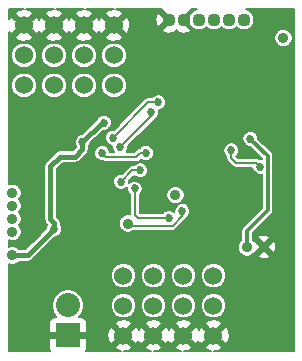
<source format=gbl>
G04 #@! TF.FileFunction,Copper,L2,Bot,Signal*
%FSLAX46Y46*%
G04 Gerber Fmt 4.6, Leading zero omitted, Abs format (unit mm)*
G04 Created by KiCad (PCBNEW (2014-12-04 BZR 5312)-product) date 1/18/2015 1:46:40 PM*
%MOMM*%
G01*
G04 APERTURE LIST*
%ADD10C,0.100000*%
%ADD11C,0.883200*%
%ADD12R,2.032000X2.032000*%
%ADD13O,2.032000X2.032000*%
%ADD14C,1.117600*%
%ADD15C,1.524000*%
%ADD16C,0.685800*%
%ADD17C,0.406400*%
%ADD18C,0.203200*%
%ADD19C,0.304800*%
%ADD20C,0.152400*%
G04 APERTURE END LIST*
D10*
D11*
X47384920Y-45724880D03*
X47384920Y-44624880D03*
X47384920Y-46824880D03*
X70335140Y-30429200D03*
X57184920Y-46124880D03*
X61184920Y-43724880D03*
X47384920Y-43524880D03*
D12*
X52084920Y-55594880D03*
D13*
X52084920Y-53054880D03*
D11*
X67246500Y-48143160D03*
X68668900Y-48112680D03*
X47384920Y-48824880D03*
D14*
X60635240Y-28883200D03*
X61905240Y-28883200D03*
X63175240Y-28883200D03*
X64445240Y-28883200D03*
X65715240Y-28883200D03*
X66985240Y-28883200D03*
D15*
X55984920Y-34424880D03*
X53444920Y-34424880D03*
X50904920Y-34424880D03*
X48364920Y-34424880D03*
X55984920Y-31884880D03*
X53444920Y-31884880D03*
X50904920Y-31884880D03*
X48364920Y-31884880D03*
X55984920Y-29344880D03*
X53444920Y-29344880D03*
X50904920Y-29344880D03*
X48364920Y-29344880D03*
X56784920Y-50524880D03*
X59324920Y-50524880D03*
X61864920Y-50524880D03*
X64404920Y-50524880D03*
X56784920Y-53064880D03*
X59324920Y-53064880D03*
X61864920Y-53064880D03*
X64404920Y-53064880D03*
X56784920Y-55604880D03*
X59324920Y-55604880D03*
X61864920Y-55604880D03*
X64404920Y-55604880D03*
D16*
X50937160Y-46581060D03*
X53314810Y-39224880D03*
X55135780Y-37581840D03*
X61813440Y-33769300D03*
X65615820Y-32842200D03*
X68940680Y-38701980D03*
X64129920Y-40667940D03*
X64058800Y-46476920D03*
X54175660Y-47990760D03*
X49649380Y-36888420D03*
X53481700Y-42062400D03*
X52717900Y-42823200D03*
X53456300Y-43561000D03*
X51983100Y-43561000D03*
X51983100Y-42087800D03*
X56578500Y-42575480D03*
X58211730Y-41607740D03*
X67520820Y-38948360D03*
X57741820Y-43152010D03*
X60622180Y-45651420D03*
X56525160Y-39657020D03*
X59146440Y-36677600D03*
X55882540Y-38839140D03*
X59723020Y-35859720D03*
X61770260Y-45072300D03*
X54983380Y-40157400D03*
X68353940Y-41305480D03*
X65913000Y-39923720D03*
X58691780Y-40149780D03*
D17*
X50937160Y-46581060D02*
X50937160Y-46096127D01*
X50937160Y-46096127D02*
X50594260Y-45753227D01*
X50594260Y-45753227D02*
X50594260Y-41285160D01*
X50594260Y-41285160D02*
X51427380Y-40452040D01*
X51427380Y-40452040D02*
X52710080Y-40452040D01*
X52710080Y-40452040D02*
X53314810Y-39847310D01*
X53314810Y-39847310D02*
X53314810Y-39224880D01*
X47384920Y-48824880D02*
X48693340Y-48824880D01*
X48693340Y-48824880D02*
X50937160Y-46581060D01*
X53314810Y-39224880D02*
X54957850Y-37581840D01*
X54957850Y-37581840D02*
X55135780Y-37581840D01*
D18*
X52717900Y-42823200D02*
X53478700Y-42062400D01*
X53478700Y-42062400D02*
X53481700Y-42062400D01*
X52718500Y-42823200D02*
X53456300Y-43561000D01*
X52717900Y-42823200D02*
X52718500Y-42823200D01*
X52717900Y-42826200D02*
X51983100Y-43561000D01*
X52717900Y-42823200D02*
X52717900Y-42826200D01*
X52717900Y-42822600D02*
X51983100Y-42087800D01*
X52717900Y-42823200D02*
X52717900Y-42822600D01*
X57546240Y-41607740D02*
X58211730Y-41607740D01*
X56578500Y-42575480D02*
X57546240Y-41607740D01*
D19*
X67246500Y-46758860D02*
X67246500Y-48143160D01*
X69001641Y-45003719D02*
X67246500Y-46758860D01*
X69001641Y-40429181D02*
X69001641Y-45003719D01*
X67520820Y-38948360D02*
X69001641Y-40429181D01*
D18*
X58011460Y-45651420D02*
X60622180Y-45651420D01*
X57741820Y-45381780D02*
X58011460Y-45651420D01*
X57741820Y-43152010D02*
X57741820Y-45381780D01*
X56525160Y-39657020D02*
X59146440Y-37035740D01*
X59146440Y-37035740D02*
X59146440Y-36677600D01*
X58861960Y-35859720D02*
X59723020Y-35859720D01*
X55882540Y-38839140D02*
X58861960Y-35859720D01*
X61770260Y-45466000D02*
X61770260Y-45072300D01*
X60942220Y-46294040D02*
X61770260Y-45466000D01*
X57354080Y-46294040D02*
X60942220Y-46294040D01*
X57184920Y-46124880D02*
X57354080Y-46294040D01*
X68011041Y-40962581D02*
X66276221Y-40962581D01*
X68353940Y-41305480D02*
X68011041Y-40962581D01*
X65913000Y-40599360D02*
X65913000Y-39923720D01*
X66276221Y-40962581D02*
X65913000Y-40599360D01*
X55326279Y-40500299D02*
X54983380Y-40157400D01*
X57856328Y-40500299D02*
X55326279Y-40500299D01*
X58206847Y-40149780D02*
X57856328Y-40500299D01*
X58691780Y-40149780D02*
X58206847Y-40149780D01*
D20*
G36*
X71242720Y-56952680D02*
X71107073Y-56952680D01*
X71107073Y-30276353D01*
X70989821Y-29992582D01*
X70772900Y-29775282D01*
X70489334Y-29657535D01*
X70182293Y-29657267D01*
X69898522Y-29774519D01*
X69681222Y-29991440D01*
X69563475Y-30275006D01*
X69563207Y-30582047D01*
X69680459Y-30865818D01*
X69897380Y-31083118D01*
X70180946Y-31200865D01*
X70487987Y-31201133D01*
X70771758Y-31083881D01*
X70989058Y-30866960D01*
X71106805Y-30583394D01*
X71107073Y-30276353D01*
X71107073Y-56952680D01*
X69712602Y-56952680D01*
X69712602Y-48180398D01*
X69659070Y-47775836D01*
X69607241Y-47650709D01*
X69484241Y-47627232D01*
X69484241Y-45003719D01*
X69484241Y-40429181D01*
X69447505Y-40244498D01*
X69342891Y-40087931D01*
X68193928Y-38938968D01*
X68194037Y-38815059D01*
X68091779Y-38567577D01*
X67902598Y-38378066D01*
X67655295Y-38275377D01*
X67387519Y-38275143D01*
X67140037Y-38377401D01*
X66950526Y-38566582D01*
X66847837Y-38813885D01*
X66847603Y-39081661D01*
X66949861Y-39329143D01*
X67139042Y-39518654D01*
X67386345Y-39621343D01*
X67511412Y-39621452D01*
X68519041Y-40629081D01*
X68519041Y-40645214D01*
X68488415Y-40632497D01*
X68279047Y-40632314D01*
X68176284Y-40563650D01*
X68011041Y-40530781D01*
X66455079Y-40530781D01*
X66356434Y-40432136D01*
X66483294Y-40305498D01*
X66585983Y-40058195D01*
X66586217Y-39790419D01*
X66483959Y-39542937D01*
X66294778Y-39353426D01*
X66047475Y-39250737D01*
X65779699Y-39250503D01*
X65532217Y-39352761D01*
X65342706Y-39541942D01*
X65240017Y-39789245D01*
X65239783Y-40057021D01*
X65342041Y-40304503D01*
X65481200Y-40443904D01*
X65481200Y-40599360D01*
X65514069Y-40764603D01*
X65607671Y-40904689D01*
X65970892Y-41267910D01*
X66110978Y-41361512D01*
X66110979Y-41361512D01*
X66276221Y-41394381D01*
X67680761Y-41394381D01*
X67680723Y-41438781D01*
X67782981Y-41686263D01*
X67972162Y-41875774D01*
X68219465Y-41978463D01*
X68487241Y-41978697D01*
X68519041Y-41965557D01*
X68519041Y-44803819D01*
X66905250Y-46417610D01*
X66800636Y-46574177D01*
X66763900Y-46758860D01*
X66763900Y-47534380D01*
X66592582Y-47705400D01*
X66474835Y-47988966D01*
X66474567Y-48296007D01*
X66591819Y-48579778D01*
X66808740Y-48797078D01*
X67092306Y-48914825D01*
X67399347Y-48915093D01*
X67683118Y-48797841D01*
X67878426Y-48602873D01*
X67919433Y-48610700D01*
X68417453Y-48112680D01*
X67919433Y-47614660D01*
X67827059Y-47632290D01*
X67729100Y-47534160D01*
X67729100Y-46958760D01*
X69342891Y-45344969D01*
X69447505Y-45188402D01*
X69484241Y-45003719D01*
X69484241Y-47627232D01*
X69418367Y-47614660D01*
X69166920Y-47866107D01*
X69166920Y-47363213D01*
X69130871Y-47174339D01*
X68736618Y-47068978D01*
X68332056Y-47122510D01*
X68206929Y-47174339D01*
X68170880Y-47363213D01*
X68668900Y-47861233D01*
X69166920Y-47363213D01*
X69166920Y-47866107D01*
X68920347Y-48112680D01*
X69418367Y-48610700D01*
X69607241Y-48574651D01*
X69712602Y-48180398D01*
X69712602Y-56952680D01*
X69166920Y-56952680D01*
X69166920Y-48862147D01*
X68668900Y-48364127D01*
X68170880Y-48862147D01*
X68206929Y-49051021D01*
X68601182Y-49156382D01*
X69005744Y-49102850D01*
X69130871Y-49051021D01*
X69166920Y-48862147D01*
X69166920Y-56952680D01*
X65769831Y-56952680D01*
X65769831Y-55749714D01*
X65721359Y-55216360D01*
X65610508Y-54948742D01*
X65497309Y-54909810D01*
X65497309Y-52848581D01*
X65497309Y-50308581D01*
X65331382Y-49907007D01*
X65024409Y-49599498D01*
X64623125Y-49432870D01*
X64188621Y-49432491D01*
X63787047Y-49598418D01*
X63479538Y-49905391D01*
X63312910Y-50306675D01*
X63312531Y-50741179D01*
X63478458Y-51142753D01*
X63785431Y-51450262D01*
X64186715Y-51616890D01*
X64621219Y-51617269D01*
X65022793Y-51451342D01*
X65330302Y-51144369D01*
X65496930Y-50743085D01*
X65497309Y-50308581D01*
X65497309Y-52848581D01*
X65331382Y-52447007D01*
X65024409Y-52139498D01*
X64623125Y-51972870D01*
X64188621Y-51972491D01*
X63787047Y-52138418D01*
X63479538Y-52445391D01*
X63312910Y-52846675D01*
X63312531Y-53281179D01*
X63478458Y-53682753D01*
X63785431Y-53990262D01*
X64186715Y-54156890D01*
X64621219Y-54157269D01*
X65022793Y-53991342D01*
X65330302Y-53684369D01*
X65496930Y-53283085D01*
X65497309Y-52848581D01*
X65497309Y-54909810D01*
X65388766Y-54872481D01*
X65137319Y-55123928D01*
X65137319Y-54621034D01*
X65061058Y-54399292D01*
X64549754Y-54239969D01*
X64016400Y-54288441D01*
X63748782Y-54399292D01*
X63672521Y-54621034D01*
X64404920Y-55353433D01*
X65137319Y-54621034D01*
X65137319Y-55123928D01*
X64656367Y-55604880D01*
X65388766Y-56337279D01*
X65610508Y-56261018D01*
X65769831Y-55749714D01*
X65769831Y-56952680D01*
X64448364Y-56952680D01*
X64793440Y-56921319D01*
X65061058Y-56810468D01*
X65137319Y-56588726D01*
X64404920Y-55856327D01*
X64153473Y-56107774D01*
X64153473Y-55604880D01*
X63421074Y-54872481D01*
X63199332Y-54948742D01*
X63144026Y-55126230D01*
X63070508Y-54948742D01*
X62957309Y-54909810D01*
X62957309Y-52848581D01*
X62957309Y-50308581D01*
X62791382Y-49907007D01*
X62484409Y-49599498D01*
X62443477Y-49582501D01*
X62443477Y-44938999D01*
X62341219Y-44691517D01*
X62152038Y-44502006D01*
X61956853Y-44420958D01*
X61956853Y-43572033D01*
X61839601Y-43288262D01*
X61622680Y-43070962D01*
X61339114Y-42953215D01*
X61032073Y-42952947D01*
X60748302Y-43070199D01*
X60531002Y-43287120D01*
X60413255Y-43570686D01*
X60412987Y-43877727D01*
X60530239Y-44161498D01*
X60747160Y-44378798D01*
X61030726Y-44496545D01*
X61337767Y-44496813D01*
X61621538Y-44379561D01*
X61838838Y-44162640D01*
X61956585Y-43879074D01*
X61956853Y-43572033D01*
X61956853Y-44420958D01*
X61904735Y-44399317D01*
X61636959Y-44399083D01*
X61389477Y-44501341D01*
X61199966Y-44690522D01*
X61097277Y-44937825D01*
X61097070Y-45174400D01*
X61003958Y-45081126D01*
X60756655Y-44978437D01*
X60488879Y-44978203D01*
X60396237Y-45016482D01*
X60396237Y-35726419D01*
X60293979Y-35478937D01*
X60104798Y-35289426D01*
X59857495Y-35186737D01*
X59589719Y-35186503D01*
X59342237Y-35288761D01*
X59202835Y-35427920D01*
X58861960Y-35427920D01*
X58696717Y-35460789D01*
X58556631Y-35554391D01*
X57349831Y-36761190D01*
X57349831Y-29489714D01*
X57301359Y-28956360D01*
X57190508Y-28688742D01*
X56968766Y-28612481D01*
X56236367Y-29344880D01*
X56968766Y-30077279D01*
X57190508Y-30001018D01*
X57349831Y-29489714D01*
X57349831Y-36761190D01*
X57077309Y-37033712D01*
X57077309Y-34208581D01*
X57077309Y-31668581D01*
X56911382Y-31267007D01*
X56717319Y-31072605D01*
X56717319Y-30328726D01*
X55984920Y-29596327D01*
X55733473Y-29847774D01*
X55733473Y-29344880D01*
X55001074Y-28612481D01*
X54779332Y-28688742D01*
X54724026Y-28866230D01*
X54650508Y-28688742D01*
X54428766Y-28612481D01*
X53696367Y-29344880D01*
X54428766Y-30077279D01*
X54650508Y-30001018D01*
X54705813Y-29823529D01*
X54779332Y-30001018D01*
X55001074Y-30077279D01*
X55733473Y-29344880D01*
X55733473Y-29847774D01*
X55252521Y-30328726D01*
X55328782Y-30550468D01*
X55840086Y-30709791D01*
X56373440Y-30661319D01*
X56641058Y-30550468D01*
X56717319Y-30328726D01*
X56717319Y-31072605D01*
X56604409Y-30959498D01*
X56203125Y-30792870D01*
X55768621Y-30792491D01*
X55367047Y-30958418D01*
X55059538Y-31265391D01*
X54892910Y-31666675D01*
X54892531Y-32101179D01*
X55058458Y-32502753D01*
X55365431Y-32810262D01*
X55766715Y-32976890D01*
X56201219Y-32977269D01*
X56602793Y-32811342D01*
X56910302Y-32504369D01*
X57076930Y-32103085D01*
X57077309Y-31668581D01*
X57077309Y-34208581D01*
X56911382Y-33807007D01*
X56604409Y-33499498D01*
X56203125Y-33332870D01*
X55768621Y-33332491D01*
X55367047Y-33498418D01*
X55059538Y-33805391D01*
X54892910Y-34206675D01*
X54892531Y-34641179D01*
X55058458Y-35042753D01*
X55365431Y-35350262D01*
X55766715Y-35516890D01*
X56201219Y-35517269D01*
X56602793Y-35351342D01*
X56910302Y-35044369D01*
X57076930Y-34643085D01*
X57077309Y-34208581D01*
X57077309Y-37033712D01*
X55944927Y-38166094D01*
X55749239Y-38165923D01*
X55501757Y-38268181D01*
X55312246Y-38457362D01*
X55209557Y-38704665D01*
X55209323Y-38972441D01*
X55311581Y-39219923D01*
X55500762Y-39409434D01*
X55748065Y-39512123D01*
X55856465Y-39512217D01*
X55852177Y-39522545D01*
X55851943Y-39790321D01*
X55954201Y-40037803D01*
X55984843Y-40068499D01*
X55656558Y-40068499D01*
X55656597Y-40024099D01*
X55554339Y-39776617D01*
X55365158Y-39587106D01*
X55117855Y-39484417D01*
X54850079Y-39484183D01*
X54602597Y-39586441D01*
X54413086Y-39775622D01*
X54310397Y-40022925D01*
X54310163Y-40290701D01*
X54412421Y-40538183D01*
X54601602Y-40727694D01*
X54848905Y-40830383D01*
X55058272Y-40830565D01*
X55161036Y-40899230D01*
X55326279Y-40932099D01*
X57856328Y-40932099D01*
X58021570Y-40899230D01*
X58021571Y-40899230D01*
X58161657Y-40805628D01*
X58278633Y-40688651D01*
X58310002Y-40720074D01*
X58557305Y-40822763D01*
X58825081Y-40822997D01*
X59072563Y-40720739D01*
X59262074Y-40531558D01*
X59364763Y-40284255D01*
X59364997Y-40016479D01*
X59262739Y-39768997D01*
X59073558Y-39579486D01*
X58826255Y-39476797D01*
X58558479Y-39476563D01*
X58310997Y-39578821D01*
X58162823Y-39726736D01*
X58069020Y-39745395D01*
X58041604Y-39750849D01*
X57901518Y-39844451D01*
X57677470Y-40068499D01*
X57065701Y-40068499D01*
X57095454Y-40038798D01*
X57198143Y-39791495D01*
X57198315Y-39594522D01*
X59451769Y-37341069D01*
X59508378Y-37256345D01*
X59508379Y-37256345D01*
X59527223Y-37248559D01*
X59716734Y-37059378D01*
X59819423Y-36812075D01*
X59819657Y-36544299D01*
X59814947Y-36532900D01*
X59856321Y-36532937D01*
X60103803Y-36430679D01*
X60293314Y-36241498D01*
X60396003Y-35994195D01*
X60396237Y-35726419D01*
X60396237Y-45016482D01*
X60241397Y-45080461D01*
X60101995Y-45219620D01*
X58190317Y-45219620D01*
X58173620Y-45202922D01*
X58173620Y-43672040D01*
X58312114Y-43533788D01*
X58414803Y-43286485D01*
X58415037Y-43018709D01*
X58312779Y-42771227D01*
X58123598Y-42581716D01*
X57876295Y-42479027D01*
X57608519Y-42478793D01*
X57361037Y-42581051D01*
X57251500Y-42690397D01*
X57251655Y-42512982D01*
X57708384Y-42056253D01*
X57829952Y-42178034D01*
X58077255Y-42280723D01*
X58345031Y-42280957D01*
X58592513Y-42178699D01*
X58782024Y-41989518D01*
X58884713Y-41742215D01*
X58884947Y-41474439D01*
X58782689Y-41226957D01*
X58593508Y-41037446D01*
X58346205Y-40934757D01*
X58078429Y-40934523D01*
X57830947Y-41036781D01*
X57691545Y-41175940D01*
X57546240Y-41175940D01*
X57380997Y-41208809D01*
X57240911Y-41302411D01*
X56640887Y-41902434D01*
X56445199Y-41902263D01*
X56197717Y-42004521D01*
X56008206Y-42193702D01*
X55905517Y-42441005D01*
X55905283Y-42708781D01*
X56007541Y-42956263D01*
X56196722Y-43145774D01*
X56444025Y-43248463D01*
X56711801Y-43248697D01*
X56959283Y-43146439D01*
X57068819Y-43037092D01*
X57068603Y-43285311D01*
X57170861Y-43532793D01*
X57310020Y-43672194D01*
X57310020Y-45353189D01*
X57032073Y-45352947D01*
X56748302Y-45470199D01*
X56531002Y-45687120D01*
X56413255Y-45970686D01*
X56412987Y-46277727D01*
X56530239Y-46561498D01*
X56747160Y-46778798D01*
X57030726Y-46896545D01*
X57337767Y-46896813D01*
X57621538Y-46779561D01*
X57675352Y-46725840D01*
X60942220Y-46725840D01*
X61107462Y-46692971D01*
X61107463Y-46692971D01*
X61247549Y-46599369D01*
X62075585Y-45771331D01*
X62075588Y-45771329D01*
X62075589Y-45771329D01*
X62169191Y-45631243D01*
X62170705Y-45623631D01*
X62340554Y-45454078D01*
X62443243Y-45206775D01*
X62443477Y-44938999D01*
X62443477Y-49582501D01*
X62083125Y-49432870D01*
X61648621Y-49432491D01*
X61247047Y-49598418D01*
X60939538Y-49905391D01*
X60772910Y-50306675D01*
X60772531Y-50741179D01*
X60938458Y-51142753D01*
X61245431Y-51450262D01*
X61646715Y-51616890D01*
X62081219Y-51617269D01*
X62482793Y-51451342D01*
X62790302Y-51144369D01*
X62956930Y-50743085D01*
X62957309Y-50308581D01*
X62957309Y-52848581D01*
X62791382Y-52447007D01*
X62484409Y-52139498D01*
X62083125Y-51972870D01*
X61648621Y-51972491D01*
X61247047Y-52138418D01*
X60939538Y-52445391D01*
X60772910Y-52846675D01*
X60772531Y-53281179D01*
X60938458Y-53682753D01*
X61245431Y-53990262D01*
X61646715Y-54156890D01*
X62081219Y-54157269D01*
X62482793Y-53991342D01*
X62790302Y-53684369D01*
X62956930Y-53283085D01*
X62957309Y-52848581D01*
X62957309Y-54909810D01*
X62848766Y-54872481D01*
X62597319Y-55123928D01*
X62597319Y-54621034D01*
X62521058Y-54399292D01*
X62009754Y-54239969D01*
X61476400Y-54288441D01*
X61208782Y-54399292D01*
X61132521Y-54621034D01*
X61864920Y-55353433D01*
X62597319Y-54621034D01*
X62597319Y-55123928D01*
X62116367Y-55604880D01*
X62848766Y-56337279D01*
X63070508Y-56261018D01*
X63125813Y-56083529D01*
X63199332Y-56261018D01*
X63421074Y-56337279D01*
X64153473Y-55604880D01*
X64153473Y-56107774D01*
X63672521Y-56588726D01*
X63748782Y-56810468D01*
X64205172Y-56952680D01*
X61908364Y-56952680D01*
X62253440Y-56921319D01*
X62521058Y-56810468D01*
X62597319Y-56588726D01*
X61864920Y-55856327D01*
X61613473Y-56107774D01*
X61613473Y-55604880D01*
X60881074Y-54872481D01*
X60659332Y-54948742D01*
X60604026Y-55126230D01*
X60530508Y-54948742D01*
X60417309Y-54909810D01*
X60417309Y-52848581D01*
X60417309Y-50308581D01*
X60251382Y-49907007D01*
X59944409Y-49599498D01*
X59543125Y-49432870D01*
X59108621Y-49432491D01*
X58707047Y-49598418D01*
X58399538Y-49905391D01*
X58232910Y-50306675D01*
X58232531Y-50741179D01*
X58398458Y-51142753D01*
X58705431Y-51450262D01*
X59106715Y-51616890D01*
X59541219Y-51617269D01*
X59942793Y-51451342D01*
X60250302Y-51144369D01*
X60416930Y-50743085D01*
X60417309Y-50308581D01*
X60417309Y-52848581D01*
X60251382Y-52447007D01*
X59944409Y-52139498D01*
X59543125Y-51972870D01*
X59108621Y-51972491D01*
X58707047Y-52138418D01*
X58399538Y-52445391D01*
X58232910Y-52846675D01*
X58232531Y-53281179D01*
X58398458Y-53682753D01*
X58705431Y-53990262D01*
X59106715Y-54156890D01*
X59541219Y-54157269D01*
X59942793Y-53991342D01*
X60250302Y-53684369D01*
X60416930Y-53283085D01*
X60417309Y-52848581D01*
X60417309Y-54909810D01*
X60308766Y-54872481D01*
X60057319Y-55123928D01*
X60057319Y-54621034D01*
X59981058Y-54399292D01*
X59469754Y-54239969D01*
X58936400Y-54288441D01*
X58668782Y-54399292D01*
X58592521Y-54621034D01*
X59324920Y-55353433D01*
X60057319Y-54621034D01*
X60057319Y-55123928D01*
X59576367Y-55604880D01*
X60308766Y-56337279D01*
X60530508Y-56261018D01*
X60585813Y-56083529D01*
X60659332Y-56261018D01*
X60881074Y-56337279D01*
X61613473Y-55604880D01*
X61613473Y-56107774D01*
X61132521Y-56588726D01*
X61208782Y-56810468D01*
X61665172Y-56952680D01*
X59368364Y-56952680D01*
X59713440Y-56921319D01*
X59981058Y-56810468D01*
X60057319Y-56588726D01*
X59324920Y-55856327D01*
X59073473Y-56107774D01*
X59073473Y-55604880D01*
X58341074Y-54872481D01*
X58119332Y-54948742D01*
X58064026Y-55126230D01*
X57990508Y-54948742D01*
X57877309Y-54909810D01*
X57877309Y-52848581D01*
X57877309Y-50308581D01*
X57711382Y-49907007D01*
X57404409Y-49599498D01*
X57003125Y-49432870D01*
X56568621Y-49432491D01*
X56167047Y-49598418D01*
X55859538Y-49905391D01*
X55692910Y-50306675D01*
X55692531Y-50741179D01*
X55858458Y-51142753D01*
X56165431Y-51450262D01*
X56566715Y-51616890D01*
X57001219Y-51617269D01*
X57402793Y-51451342D01*
X57710302Y-51144369D01*
X57876930Y-50743085D01*
X57877309Y-50308581D01*
X57877309Y-52848581D01*
X57711382Y-52447007D01*
X57404409Y-52139498D01*
X57003125Y-51972870D01*
X56568621Y-51972491D01*
X56167047Y-52138418D01*
X55859538Y-52445391D01*
X55692910Y-52846675D01*
X55692531Y-53281179D01*
X55858458Y-53682753D01*
X56165431Y-53990262D01*
X56566715Y-54156890D01*
X57001219Y-54157269D01*
X57402793Y-53991342D01*
X57710302Y-53684369D01*
X57876930Y-53283085D01*
X57877309Y-52848581D01*
X57877309Y-54909810D01*
X57768766Y-54872481D01*
X57517319Y-55123928D01*
X57517319Y-54621034D01*
X57441058Y-54399292D01*
X56929754Y-54239969D01*
X56396400Y-54288441D01*
X56128782Y-54399292D01*
X56052521Y-54621034D01*
X56784920Y-55353433D01*
X57517319Y-54621034D01*
X57517319Y-55123928D01*
X57036367Y-55604880D01*
X57768766Y-56337279D01*
X57990508Y-56261018D01*
X58045813Y-56083529D01*
X58119332Y-56261018D01*
X58341074Y-56337279D01*
X59073473Y-55604880D01*
X59073473Y-56107774D01*
X58592521Y-56588726D01*
X58668782Y-56810468D01*
X59125172Y-56952680D01*
X56828364Y-56952680D01*
X57173440Y-56921319D01*
X57441058Y-56810468D01*
X57517319Y-56588726D01*
X56784920Y-55856327D01*
X56533473Y-56107774D01*
X56533473Y-55604880D01*
X55801074Y-54872481D01*
X55579332Y-54948742D01*
X55420009Y-55460046D01*
X55468481Y-55993400D01*
X55579332Y-56261018D01*
X55801074Y-56337279D01*
X56533473Y-55604880D01*
X56533473Y-56107774D01*
X56052521Y-56588726D01*
X56128782Y-56810468D01*
X56585172Y-56952680D01*
X53585303Y-56952680D01*
X53596181Y-56941803D01*
X53685120Y-56727085D01*
X53685120Y-55918730D01*
X53685120Y-55271030D01*
X53685120Y-54462675D01*
X53596181Y-54247957D01*
X53431842Y-54083619D01*
X53217124Y-53994680D01*
X53062539Y-53994680D01*
X53328647Y-53596422D01*
X53431120Y-53081254D01*
X53431120Y-53028506D01*
X53328647Y-52513338D01*
X53036827Y-52076599D01*
X52600088Y-51784779D01*
X52084920Y-51682306D01*
X51569752Y-51784779D01*
X51133013Y-52076599D01*
X50841193Y-52513338D01*
X50738720Y-53028506D01*
X50738720Y-53081254D01*
X50841193Y-53596422D01*
X51107300Y-53994680D01*
X50952716Y-53994680D01*
X50737998Y-54083619D01*
X50573659Y-54247957D01*
X50484720Y-54462675D01*
X50484720Y-55271030D01*
X50630770Y-55417080D01*
X51907120Y-55417080D01*
X51907120Y-55397080D01*
X52262720Y-55397080D01*
X52262720Y-55417080D01*
X53539070Y-55417080D01*
X53685120Y-55271030D01*
X53685120Y-55918730D01*
X53539070Y-55772680D01*
X52262720Y-55772680D01*
X52262720Y-55792680D01*
X51907120Y-55792680D01*
X51907120Y-55772680D01*
X50630770Y-55772680D01*
X50484720Y-55918730D01*
X50484720Y-56727085D01*
X50573659Y-56941803D01*
X50584536Y-56952680D01*
X47111120Y-56952680D01*
X47111120Y-49546880D01*
X47230726Y-49596545D01*
X47537767Y-49596813D01*
X47821538Y-49479561D01*
X47943030Y-49358280D01*
X48693340Y-49358280D01*
X48897463Y-49317677D01*
X49070511Y-49202051D01*
X51018330Y-47254231D01*
X51070461Y-47254277D01*
X51317943Y-47152019D01*
X51507454Y-46962838D01*
X51610143Y-46715535D01*
X51610377Y-46447759D01*
X51508119Y-46200277D01*
X51470560Y-46162652D01*
X51470560Y-46096127D01*
X51429957Y-45892004D01*
X51314331Y-45718956D01*
X51127660Y-45532285D01*
X51127660Y-41506101D01*
X51648321Y-40985440D01*
X52710080Y-40985440D01*
X52914203Y-40944837D01*
X53087251Y-40829211D01*
X53691977Y-40224483D01*
X53691980Y-40224481D01*
X53691981Y-40224481D01*
X53761293Y-40120746D01*
X53807607Y-40051434D01*
X53807607Y-40051433D01*
X53848210Y-39847310D01*
X53848210Y-39643487D01*
X53885104Y-39606658D01*
X53987793Y-39359355D01*
X53987839Y-39306192D01*
X55039175Y-38254856D01*
X55269081Y-38255057D01*
X55516563Y-38152799D01*
X55706074Y-37963618D01*
X55808763Y-37716315D01*
X55808997Y-37448539D01*
X55706739Y-37201057D01*
X55517558Y-37011546D01*
X55270255Y-36908857D01*
X55002479Y-36908623D01*
X54754997Y-37010881D01*
X54565486Y-37200062D01*
X54551425Y-37233923D01*
X54537309Y-37248038D01*
X54537309Y-34208581D01*
X54537309Y-31668581D01*
X54371382Y-31267007D01*
X54177319Y-31072605D01*
X54177319Y-30328726D01*
X53444920Y-29596327D01*
X53193473Y-29847774D01*
X53193473Y-29344880D01*
X52461074Y-28612481D01*
X52239332Y-28688742D01*
X52184026Y-28866230D01*
X52110508Y-28688742D01*
X51888766Y-28612481D01*
X51156367Y-29344880D01*
X51888766Y-30077279D01*
X52110508Y-30001018D01*
X52165813Y-29823529D01*
X52239332Y-30001018D01*
X52461074Y-30077279D01*
X53193473Y-29344880D01*
X53193473Y-29847774D01*
X52712521Y-30328726D01*
X52788782Y-30550468D01*
X53300086Y-30709791D01*
X53833440Y-30661319D01*
X54101058Y-30550468D01*
X54177319Y-30328726D01*
X54177319Y-31072605D01*
X54064409Y-30959498D01*
X53663125Y-30792870D01*
X53228621Y-30792491D01*
X52827047Y-30958418D01*
X52519538Y-31265391D01*
X52352910Y-31666675D01*
X52352531Y-32101179D01*
X52518458Y-32502753D01*
X52825431Y-32810262D01*
X53226715Y-32976890D01*
X53661219Y-32977269D01*
X54062793Y-32811342D01*
X54370302Y-32504369D01*
X54536930Y-32103085D01*
X54537309Y-31668581D01*
X54537309Y-34208581D01*
X54371382Y-33807007D01*
X54064409Y-33499498D01*
X53663125Y-33332870D01*
X53228621Y-33332491D01*
X52827047Y-33498418D01*
X52519538Y-33805391D01*
X52352910Y-34206675D01*
X52352531Y-34641179D01*
X52518458Y-35042753D01*
X52825431Y-35350262D01*
X53226715Y-35516890D01*
X53661219Y-35517269D01*
X54062793Y-35351342D01*
X54370302Y-35044369D01*
X54536930Y-34643085D01*
X54537309Y-34208581D01*
X54537309Y-37248038D01*
X53233639Y-38551708D01*
X53181509Y-38551663D01*
X52934027Y-38653921D01*
X52744516Y-38843102D01*
X52641827Y-39090405D01*
X52641593Y-39358181D01*
X52743851Y-39605663D01*
X52772957Y-39634820D01*
X52489138Y-39918640D01*
X51997309Y-39918640D01*
X51997309Y-34208581D01*
X51997309Y-31668581D01*
X51831382Y-31267007D01*
X51637319Y-31072605D01*
X51637319Y-30328726D01*
X50904920Y-29596327D01*
X50653473Y-29847774D01*
X50653473Y-29344880D01*
X49921074Y-28612481D01*
X49699332Y-28688742D01*
X49644026Y-28866230D01*
X49570508Y-28688742D01*
X49348766Y-28612481D01*
X48616367Y-29344880D01*
X49348766Y-30077279D01*
X49570508Y-30001018D01*
X49625813Y-29823529D01*
X49699332Y-30001018D01*
X49921074Y-30077279D01*
X50653473Y-29344880D01*
X50653473Y-29847774D01*
X50172521Y-30328726D01*
X50248782Y-30550468D01*
X50760086Y-30709791D01*
X51293440Y-30661319D01*
X51561058Y-30550468D01*
X51637319Y-30328726D01*
X51637319Y-31072605D01*
X51524409Y-30959498D01*
X51123125Y-30792870D01*
X50688621Y-30792491D01*
X50287047Y-30958418D01*
X49979538Y-31265391D01*
X49812910Y-31666675D01*
X49812531Y-32101179D01*
X49978458Y-32502753D01*
X50285431Y-32810262D01*
X50686715Y-32976890D01*
X51121219Y-32977269D01*
X51522793Y-32811342D01*
X51830302Y-32504369D01*
X51996930Y-32103085D01*
X51997309Y-31668581D01*
X51997309Y-34208581D01*
X51831382Y-33807007D01*
X51524409Y-33499498D01*
X51123125Y-33332870D01*
X50688621Y-33332491D01*
X50287047Y-33498418D01*
X49979538Y-33805391D01*
X49812910Y-34206675D01*
X49812531Y-34641179D01*
X49978458Y-35042753D01*
X50285431Y-35350262D01*
X50686715Y-35516890D01*
X51121219Y-35517269D01*
X51522793Y-35351342D01*
X51830302Y-35044369D01*
X51996930Y-34643085D01*
X51997309Y-34208581D01*
X51997309Y-39918640D01*
X51427385Y-39918640D01*
X51427380Y-39918639D01*
X51223257Y-39959243D01*
X51050209Y-40074869D01*
X51050206Y-40074872D01*
X50217089Y-40907989D01*
X50101463Y-41081037D01*
X50060860Y-41285160D01*
X50060860Y-45753227D01*
X50101463Y-45957350D01*
X50217089Y-46130398D01*
X50343131Y-46256440D01*
X50264177Y-46446585D01*
X50264130Y-46499747D01*
X49457309Y-47306568D01*
X49457309Y-34208581D01*
X49457309Y-31668581D01*
X49291382Y-31267007D01*
X49097319Y-31072605D01*
X49097319Y-30328726D01*
X48364920Y-29596327D01*
X47632521Y-30328726D01*
X47708782Y-30550468D01*
X48220086Y-30709791D01*
X48753440Y-30661319D01*
X49021058Y-30550468D01*
X49097319Y-30328726D01*
X49097319Y-31072605D01*
X48984409Y-30959498D01*
X48583125Y-30792870D01*
X48148621Y-30792491D01*
X47747047Y-30958418D01*
X47439538Y-31265391D01*
X47272910Y-31666675D01*
X47272531Y-32101179D01*
X47438458Y-32502753D01*
X47745431Y-32810262D01*
X48146715Y-32976890D01*
X48581219Y-32977269D01*
X48982793Y-32811342D01*
X49290302Y-32504369D01*
X49456930Y-32103085D01*
X49457309Y-31668581D01*
X49457309Y-34208581D01*
X49291382Y-33807007D01*
X48984409Y-33499498D01*
X48583125Y-33332870D01*
X48148621Y-33332491D01*
X47747047Y-33498418D01*
X47439538Y-33805391D01*
X47272910Y-34206675D01*
X47272531Y-34641179D01*
X47438458Y-35042753D01*
X47745431Y-35350262D01*
X48146715Y-35516890D01*
X48581219Y-35517269D01*
X48982793Y-35351342D01*
X49290302Y-35044369D01*
X49456930Y-34643085D01*
X49457309Y-34208581D01*
X49457309Y-47306568D01*
X48472398Y-48291480D01*
X47942987Y-48291480D01*
X47822680Y-48170962D01*
X47539114Y-48053215D01*
X47232073Y-48052947D01*
X47111120Y-48102923D01*
X47111120Y-47546880D01*
X47230726Y-47596545D01*
X47537767Y-47596813D01*
X47821538Y-47479561D01*
X48038838Y-47262640D01*
X48156585Y-46979074D01*
X48156853Y-46672033D01*
X48039601Y-46388262D01*
X47926409Y-46274872D01*
X48038838Y-46162640D01*
X48156585Y-45879074D01*
X48156853Y-45572033D01*
X48039601Y-45288262D01*
X47926409Y-45174872D01*
X48038838Y-45062640D01*
X48156585Y-44779074D01*
X48156853Y-44472033D01*
X48039601Y-44188262D01*
X47926409Y-44074872D01*
X48038838Y-43962640D01*
X48156585Y-43679074D01*
X48156853Y-43372033D01*
X48039601Y-43088262D01*
X47822680Y-42870962D01*
X47539114Y-42753215D01*
X47232073Y-42752947D01*
X47111120Y-42802923D01*
X47111120Y-29884623D01*
X47159332Y-30001018D01*
X47381074Y-30077279D01*
X48113473Y-29344880D01*
X47381074Y-28612481D01*
X47159332Y-28688742D01*
X47111120Y-28843465D01*
X47111120Y-27995080D01*
X48343482Y-27995080D01*
X47976400Y-28028441D01*
X47708782Y-28139292D01*
X47632521Y-28361034D01*
X48364920Y-29093433D01*
X49097319Y-28361034D01*
X49021058Y-28139292D01*
X48558248Y-27995080D01*
X50883482Y-27995080D01*
X50516400Y-28028441D01*
X50248782Y-28139292D01*
X50172521Y-28361034D01*
X50904920Y-29093433D01*
X51637319Y-28361034D01*
X51561058Y-28139292D01*
X51098248Y-27995080D01*
X53423482Y-27995080D01*
X53056400Y-28028441D01*
X52788782Y-28139292D01*
X52712521Y-28361034D01*
X53444920Y-29093433D01*
X54177319Y-28361034D01*
X54101058Y-28139292D01*
X53638248Y-27995080D01*
X55963482Y-27995080D01*
X55596400Y-28028441D01*
X55328782Y-28139292D01*
X55252521Y-28361034D01*
X55984920Y-29093433D01*
X56717319Y-28361034D01*
X56641058Y-28139292D01*
X56178248Y-27995080D01*
X60064567Y-27995080D01*
X60051228Y-28047741D01*
X60635240Y-28631753D01*
X60649382Y-28617610D01*
X60760538Y-28728766D01*
X60743807Y-28787217D01*
X60771229Y-29026942D01*
X60649382Y-29148789D01*
X60635240Y-29134647D01*
X60383793Y-29386094D01*
X60383793Y-28883200D01*
X59799781Y-28299188D01*
X59598947Y-28350061D01*
X59473807Y-28787217D01*
X59525485Y-29238984D01*
X59598947Y-29416339D01*
X59799781Y-29467212D01*
X60383793Y-28883200D01*
X60383793Y-29386094D01*
X60051228Y-29718659D01*
X60102101Y-29919493D01*
X60539257Y-30044633D01*
X60991024Y-29992955D01*
X61168379Y-29919493D01*
X61194077Y-29818041D01*
X61207963Y-29831927D01*
X61270240Y-29769650D01*
X61332517Y-29831927D01*
X61346402Y-29818041D01*
X61372101Y-29919493D01*
X61809257Y-30044633D01*
X62261024Y-29992955D01*
X62438379Y-29919493D01*
X62489252Y-29718659D01*
X61905240Y-29134647D01*
X61891097Y-29148789D01*
X61779941Y-29037633D01*
X61796673Y-28979183D01*
X61769250Y-28739457D01*
X61891097Y-28617610D01*
X61905240Y-28631753D01*
X62489252Y-28047741D01*
X62475912Y-27995080D01*
X62996680Y-27995080D01*
X62672320Y-28129103D01*
X62422022Y-28378964D01*
X62286394Y-28705591D01*
X62286352Y-28753534D01*
X62156687Y-28883200D01*
X62286126Y-29012639D01*
X62286086Y-29059257D01*
X62421143Y-29386120D01*
X62671004Y-29636418D01*
X62997631Y-29772046D01*
X63351297Y-29772354D01*
X63678160Y-29637297D01*
X63810251Y-29505436D01*
X63941004Y-29636418D01*
X64267631Y-29772046D01*
X64621297Y-29772354D01*
X64948160Y-29637297D01*
X65080251Y-29505436D01*
X65211004Y-29636418D01*
X65537631Y-29772046D01*
X65891297Y-29772354D01*
X66218160Y-29637297D01*
X66350251Y-29505436D01*
X66481004Y-29636418D01*
X66807631Y-29772046D01*
X67161297Y-29772354D01*
X67488160Y-29637297D01*
X67738458Y-29387436D01*
X67874086Y-29060809D01*
X67874394Y-28707143D01*
X67739337Y-28380280D01*
X67489476Y-28129982D01*
X67164597Y-27995080D01*
X71242720Y-27995080D01*
X71242720Y-56952680D01*
X71242720Y-56952680D01*
G37*
X71242720Y-56952680D02*
X71107073Y-56952680D01*
X71107073Y-30276353D01*
X70989821Y-29992582D01*
X70772900Y-29775282D01*
X70489334Y-29657535D01*
X70182293Y-29657267D01*
X69898522Y-29774519D01*
X69681222Y-29991440D01*
X69563475Y-30275006D01*
X69563207Y-30582047D01*
X69680459Y-30865818D01*
X69897380Y-31083118D01*
X70180946Y-31200865D01*
X70487987Y-31201133D01*
X70771758Y-31083881D01*
X70989058Y-30866960D01*
X71106805Y-30583394D01*
X71107073Y-30276353D01*
X71107073Y-56952680D01*
X69712602Y-56952680D01*
X69712602Y-48180398D01*
X69659070Y-47775836D01*
X69607241Y-47650709D01*
X69484241Y-47627232D01*
X69484241Y-45003719D01*
X69484241Y-40429181D01*
X69447505Y-40244498D01*
X69342891Y-40087931D01*
X68193928Y-38938968D01*
X68194037Y-38815059D01*
X68091779Y-38567577D01*
X67902598Y-38378066D01*
X67655295Y-38275377D01*
X67387519Y-38275143D01*
X67140037Y-38377401D01*
X66950526Y-38566582D01*
X66847837Y-38813885D01*
X66847603Y-39081661D01*
X66949861Y-39329143D01*
X67139042Y-39518654D01*
X67386345Y-39621343D01*
X67511412Y-39621452D01*
X68519041Y-40629081D01*
X68519041Y-40645214D01*
X68488415Y-40632497D01*
X68279047Y-40632314D01*
X68176284Y-40563650D01*
X68011041Y-40530781D01*
X66455079Y-40530781D01*
X66356434Y-40432136D01*
X66483294Y-40305498D01*
X66585983Y-40058195D01*
X66586217Y-39790419D01*
X66483959Y-39542937D01*
X66294778Y-39353426D01*
X66047475Y-39250737D01*
X65779699Y-39250503D01*
X65532217Y-39352761D01*
X65342706Y-39541942D01*
X65240017Y-39789245D01*
X65239783Y-40057021D01*
X65342041Y-40304503D01*
X65481200Y-40443904D01*
X65481200Y-40599360D01*
X65514069Y-40764603D01*
X65607671Y-40904689D01*
X65970892Y-41267910D01*
X66110978Y-41361512D01*
X66110979Y-41361512D01*
X66276221Y-41394381D01*
X67680761Y-41394381D01*
X67680723Y-41438781D01*
X67782981Y-41686263D01*
X67972162Y-41875774D01*
X68219465Y-41978463D01*
X68487241Y-41978697D01*
X68519041Y-41965557D01*
X68519041Y-44803819D01*
X66905250Y-46417610D01*
X66800636Y-46574177D01*
X66763900Y-46758860D01*
X66763900Y-47534380D01*
X66592582Y-47705400D01*
X66474835Y-47988966D01*
X66474567Y-48296007D01*
X66591819Y-48579778D01*
X66808740Y-48797078D01*
X67092306Y-48914825D01*
X67399347Y-48915093D01*
X67683118Y-48797841D01*
X67878426Y-48602873D01*
X67919433Y-48610700D01*
X68417453Y-48112680D01*
X67919433Y-47614660D01*
X67827059Y-47632290D01*
X67729100Y-47534160D01*
X67729100Y-46958760D01*
X69342891Y-45344969D01*
X69447505Y-45188402D01*
X69484241Y-45003719D01*
X69484241Y-47627232D01*
X69418367Y-47614660D01*
X69166920Y-47866107D01*
X69166920Y-47363213D01*
X69130871Y-47174339D01*
X68736618Y-47068978D01*
X68332056Y-47122510D01*
X68206929Y-47174339D01*
X68170880Y-47363213D01*
X68668900Y-47861233D01*
X69166920Y-47363213D01*
X69166920Y-47866107D01*
X68920347Y-48112680D01*
X69418367Y-48610700D01*
X69607241Y-48574651D01*
X69712602Y-48180398D01*
X69712602Y-56952680D01*
X69166920Y-56952680D01*
X69166920Y-48862147D01*
X68668900Y-48364127D01*
X68170880Y-48862147D01*
X68206929Y-49051021D01*
X68601182Y-49156382D01*
X69005744Y-49102850D01*
X69130871Y-49051021D01*
X69166920Y-48862147D01*
X69166920Y-56952680D01*
X65769831Y-56952680D01*
X65769831Y-55749714D01*
X65721359Y-55216360D01*
X65610508Y-54948742D01*
X65497309Y-54909810D01*
X65497309Y-52848581D01*
X65497309Y-50308581D01*
X65331382Y-49907007D01*
X65024409Y-49599498D01*
X64623125Y-49432870D01*
X64188621Y-49432491D01*
X63787047Y-49598418D01*
X63479538Y-49905391D01*
X63312910Y-50306675D01*
X63312531Y-50741179D01*
X63478458Y-51142753D01*
X63785431Y-51450262D01*
X64186715Y-51616890D01*
X64621219Y-51617269D01*
X65022793Y-51451342D01*
X65330302Y-51144369D01*
X65496930Y-50743085D01*
X65497309Y-50308581D01*
X65497309Y-52848581D01*
X65331382Y-52447007D01*
X65024409Y-52139498D01*
X64623125Y-51972870D01*
X64188621Y-51972491D01*
X63787047Y-52138418D01*
X63479538Y-52445391D01*
X63312910Y-52846675D01*
X63312531Y-53281179D01*
X63478458Y-53682753D01*
X63785431Y-53990262D01*
X64186715Y-54156890D01*
X64621219Y-54157269D01*
X65022793Y-53991342D01*
X65330302Y-53684369D01*
X65496930Y-53283085D01*
X65497309Y-52848581D01*
X65497309Y-54909810D01*
X65388766Y-54872481D01*
X65137319Y-55123928D01*
X65137319Y-54621034D01*
X65061058Y-54399292D01*
X64549754Y-54239969D01*
X64016400Y-54288441D01*
X63748782Y-54399292D01*
X63672521Y-54621034D01*
X64404920Y-55353433D01*
X65137319Y-54621034D01*
X65137319Y-55123928D01*
X64656367Y-55604880D01*
X65388766Y-56337279D01*
X65610508Y-56261018D01*
X65769831Y-55749714D01*
X65769831Y-56952680D01*
X64448364Y-56952680D01*
X64793440Y-56921319D01*
X65061058Y-56810468D01*
X65137319Y-56588726D01*
X64404920Y-55856327D01*
X64153473Y-56107774D01*
X64153473Y-55604880D01*
X63421074Y-54872481D01*
X63199332Y-54948742D01*
X63144026Y-55126230D01*
X63070508Y-54948742D01*
X62957309Y-54909810D01*
X62957309Y-52848581D01*
X62957309Y-50308581D01*
X62791382Y-49907007D01*
X62484409Y-49599498D01*
X62443477Y-49582501D01*
X62443477Y-44938999D01*
X62341219Y-44691517D01*
X62152038Y-44502006D01*
X61956853Y-44420958D01*
X61956853Y-43572033D01*
X61839601Y-43288262D01*
X61622680Y-43070962D01*
X61339114Y-42953215D01*
X61032073Y-42952947D01*
X60748302Y-43070199D01*
X60531002Y-43287120D01*
X60413255Y-43570686D01*
X60412987Y-43877727D01*
X60530239Y-44161498D01*
X60747160Y-44378798D01*
X61030726Y-44496545D01*
X61337767Y-44496813D01*
X61621538Y-44379561D01*
X61838838Y-44162640D01*
X61956585Y-43879074D01*
X61956853Y-43572033D01*
X61956853Y-44420958D01*
X61904735Y-44399317D01*
X61636959Y-44399083D01*
X61389477Y-44501341D01*
X61199966Y-44690522D01*
X61097277Y-44937825D01*
X61097070Y-45174400D01*
X61003958Y-45081126D01*
X60756655Y-44978437D01*
X60488879Y-44978203D01*
X60396237Y-45016482D01*
X60396237Y-35726419D01*
X60293979Y-35478937D01*
X60104798Y-35289426D01*
X59857495Y-35186737D01*
X59589719Y-35186503D01*
X59342237Y-35288761D01*
X59202835Y-35427920D01*
X58861960Y-35427920D01*
X58696717Y-35460789D01*
X58556631Y-35554391D01*
X57349831Y-36761190D01*
X57349831Y-29489714D01*
X57301359Y-28956360D01*
X57190508Y-28688742D01*
X56968766Y-28612481D01*
X56236367Y-29344880D01*
X56968766Y-30077279D01*
X57190508Y-30001018D01*
X57349831Y-29489714D01*
X57349831Y-36761190D01*
X57077309Y-37033712D01*
X57077309Y-34208581D01*
X57077309Y-31668581D01*
X56911382Y-31267007D01*
X56717319Y-31072605D01*
X56717319Y-30328726D01*
X55984920Y-29596327D01*
X55733473Y-29847774D01*
X55733473Y-29344880D01*
X55001074Y-28612481D01*
X54779332Y-28688742D01*
X54724026Y-28866230D01*
X54650508Y-28688742D01*
X54428766Y-28612481D01*
X53696367Y-29344880D01*
X54428766Y-30077279D01*
X54650508Y-30001018D01*
X54705813Y-29823529D01*
X54779332Y-30001018D01*
X55001074Y-30077279D01*
X55733473Y-29344880D01*
X55733473Y-29847774D01*
X55252521Y-30328726D01*
X55328782Y-30550468D01*
X55840086Y-30709791D01*
X56373440Y-30661319D01*
X56641058Y-30550468D01*
X56717319Y-30328726D01*
X56717319Y-31072605D01*
X56604409Y-30959498D01*
X56203125Y-30792870D01*
X55768621Y-30792491D01*
X55367047Y-30958418D01*
X55059538Y-31265391D01*
X54892910Y-31666675D01*
X54892531Y-32101179D01*
X55058458Y-32502753D01*
X55365431Y-32810262D01*
X55766715Y-32976890D01*
X56201219Y-32977269D01*
X56602793Y-32811342D01*
X56910302Y-32504369D01*
X57076930Y-32103085D01*
X57077309Y-31668581D01*
X57077309Y-34208581D01*
X56911382Y-33807007D01*
X56604409Y-33499498D01*
X56203125Y-33332870D01*
X55768621Y-33332491D01*
X55367047Y-33498418D01*
X55059538Y-33805391D01*
X54892910Y-34206675D01*
X54892531Y-34641179D01*
X55058458Y-35042753D01*
X55365431Y-35350262D01*
X55766715Y-35516890D01*
X56201219Y-35517269D01*
X56602793Y-35351342D01*
X56910302Y-35044369D01*
X57076930Y-34643085D01*
X57077309Y-34208581D01*
X57077309Y-37033712D01*
X55944927Y-38166094D01*
X55749239Y-38165923D01*
X55501757Y-38268181D01*
X55312246Y-38457362D01*
X55209557Y-38704665D01*
X55209323Y-38972441D01*
X55311581Y-39219923D01*
X55500762Y-39409434D01*
X55748065Y-39512123D01*
X55856465Y-39512217D01*
X55852177Y-39522545D01*
X55851943Y-39790321D01*
X55954201Y-40037803D01*
X55984843Y-40068499D01*
X55656558Y-40068499D01*
X55656597Y-40024099D01*
X55554339Y-39776617D01*
X55365158Y-39587106D01*
X55117855Y-39484417D01*
X54850079Y-39484183D01*
X54602597Y-39586441D01*
X54413086Y-39775622D01*
X54310397Y-40022925D01*
X54310163Y-40290701D01*
X54412421Y-40538183D01*
X54601602Y-40727694D01*
X54848905Y-40830383D01*
X55058272Y-40830565D01*
X55161036Y-40899230D01*
X55326279Y-40932099D01*
X57856328Y-40932099D01*
X58021570Y-40899230D01*
X58021571Y-40899230D01*
X58161657Y-40805628D01*
X58278633Y-40688651D01*
X58310002Y-40720074D01*
X58557305Y-40822763D01*
X58825081Y-40822997D01*
X59072563Y-40720739D01*
X59262074Y-40531558D01*
X59364763Y-40284255D01*
X59364997Y-40016479D01*
X59262739Y-39768997D01*
X59073558Y-39579486D01*
X58826255Y-39476797D01*
X58558479Y-39476563D01*
X58310997Y-39578821D01*
X58162823Y-39726736D01*
X58069020Y-39745395D01*
X58041604Y-39750849D01*
X57901518Y-39844451D01*
X57677470Y-40068499D01*
X57065701Y-40068499D01*
X57095454Y-40038798D01*
X57198143Y-39791495D01*
X57198315Y-39594522D01*
X59451769Y-37341069D01*
X59508378Y-37256345D01*
X59508379Y-37256345D01*
X59527223Y-37248559D01*
X59716734Y-37059378D01*
X59819423Y-36812075D01*
X59819657Y-36544299D01*
X59814947Y-36532900D01*
X59856321Y-36532937D01*
X60103803Y-36430679D01*
X60293314Y-36241498D01*
X60396003Y-35994195D01*
X60396237Y-35726419D01*
X60396237Y-45016482D01*
X60241397Y-45080461D01*
X60101995Y-45219620D01*
X58190317Y-45219620D01*
X58173620Y-45202922D01*
X58173620Y-43672040D01*
X58312114Y-43533788D01*
X58414803Y-43286485D01*
X58415037Y-43018709D01*
X58312779Y-42771227D01*
X58123598Y-42581716D01*
X57876295Y-42479027D01*
X57608519Y-42478793D01*
X57361037Y-42581051D01*
X57251500Y-42690397D01*
X57251655Y-42512982D01*
X57708384Y-42056253D01*
X57829952Y-42178034D01*
X58077255Y-42280723D01*
X58345031Y-42280957D01*
X58592513Y-42178699D01*
X58782024Y-41989518D01*
X58884713Y-41742215D01*
X58884947Y-41474439D01*
X58782689Y-41226957D01*
X58593508Y-41037446D01*
X58346205Y-40934757D01*
X58078429Y-40934523D01*
X57830947Y-41036781D01*
X57691545Y-41175940D01*
X57546240Y-41175940D01*
X57380997Y-41208809D01*
X57240911Y-41302411D01*
X56640887Y-41902434D01*
X56445199Y-41902263D01*
X56197717Y-42004521D01*
X56008206Y-42193702D01*
X55905517Y-42441005D01*
X55905283Y-42708781D01*
X56007541Y-42956263D01*
X56196722Y-43145774D01*
X56444025Y-43248463D01*
X56711801Y-43248697D01*
X56959283Y-43146439D01*
X57068819Y-43037092D01*
X57068603Y-43285311D01*
X57170861Y-43532793D01*
X57310020Y-43672194D01*
X57310020Y-45353189D01*
X57032073Y-45352947D01*
X56748302Y-45470199D01*
X56531002Y-45687120D01*
X56413255Y-45970686D01*
X56412987Y-46277727D01*
X56530239Y-46561498D01*
X56747160Y-46778798D01*
X57030726Y-46896545D01*
X57337767Y-46896813D01*
X57621538Y-46779561D01*
X57675352Y-46725840D01*
X60942220Y-46725840D01*
X61107462Y-46692971D01*
X61107463Y-46692971D01*
X61247549Y-46599369D01*
X62075585Y-45771331D01*
X62075588Y-45771329D01*
X62075589Y-45771329D01*
X62169191Y-45631243D01*
X62170705Y-45623631D01*
X62340554Y-45454078D01*
X62443243Y-45206775D01*
X62443477Y-44938999D01*
X62443477Y-49582501D01*
X62083125Y-49432870D01*
X61648621Y-49432491D01*
X61247047Y-49598418D01*
X60939538Y-49905391D01*
X60772910Y-50306675D01*
X60772531Y-50741179D01*
X60938458Y-51142753D01*
X61245431Y-51450262D01*
X61646715Y-51616890D01*
X62081219Y-51617269D01*
X62482793Y-51451342D01*
X62790302Y-51144369D01*
X62956930Y-50743085D01*
X62957309Y-50308581D01*
X62957309Y-52848581D01*
X62791382Y-52447007D01*
X62484409Y-52139498D01*
X62083125Y-51972870D01*
X61648621Y-51972491D01*
X61247047Y-52138418D01*
X60939538Y-52445391D01*
X60772910Y-52846675D01*
X60772531Y-53281179D01*
X60938458Y-53682753D01*
X61245431Y-53990262D01*
X61646715Y-54156890D01*
X62081219Y-54157269D01*
X62482793Y-53991342D01*
X62790302Y-53684369D01*
X62956930Y-53283085D01*
X62957309Y-52848581D01*
X62957309Y-54909810D01*
X62848766Y-54872481D01*
X62597319Y-55123928D01*
X62597319Y-54621034D01*
X62521058Y-54399292D01*
X62009754Y-54239969D01*
X61476400Y-54288441D01*
X61208782Y-54399292D01*
X61132521Y-54621034D01*
X61864920Y-55353433D01*
X62597319Y-54621034D01*
X62597319Y-55123928D01*
X62116367Y-55604880D01*
X62848766Y-56337279D01*
X63070508Y-56261018D01*
X63125813Y-56083529D01*
X63199332Y-56261018D01*
X63421074Y-56337279D01*
X64153473Y-55604880D01*
X64153473Y-56107774D01*
X63672521Y-56588726D01*
X63748782Y-56810468D01*
X64205172Y-56952680D01*
X61908364Y-56952680D01*
X62253440Y-56921319D01*
X62521058Y-56810468D01*
X62597319Y-56588726D01*
X61864920Y-55856327D01*
X61613473Y-56107774D01*
X61613473Y-55604880D01*
X60881074Y-54872481D01*
X60659332Y-54948742D01*
X60604026Y-55126230D01*
X60530508Y-54948742D01*
X60417309Y-54909810D01*
X60417309Y-52848581D01*
X60417309Y-50308581D01*
X60251382Y-49907007D01*
X59944409Y-49599498D01*
X59543125Y-49432870D01*
X59108621Y-49432491D01*
X58707047Y-49598418D01*
X58399538Y-49905391D01*
X58232910Y-50306675D01*
X58232531Y-50741179D01*
X58398458Y-51142753D01*
X58705431Y-51450262D01*
X59106715Y-51616890D01*
X59541219Y-51617269D01*
X59942793Y-51451342D01*
X60250302Y-51144369D01*
X60416930Y-50743085D01*
X60417309Y-50308581D01*
X60417309Y-52848581D01*
X60251382Y-52447007D01*
X59944409Y-52139498D01*
X59543125Y-51972870D01*
X59108621Y-51972491D01*
X58707047Y-52138418D01*
X58399538Y-52445391D01*
X58232910Y-52846675D01*
X58232531Y-53281179D01*
X58398458Y-53682753D01*
X58705431Y-53990262D01*
X59106715Y-54156890D01*
X59541219Y-54157269D01*
X59942793Y-53991342D01*
X60250302Y-53684369D01*
X60416930Y-53283085D01*
X60417309Y-52848581D01*
X60417309Y-54909810D01*
X60308766Y-54872481D01*
X60057319Y-55123928D01*
X60057319Y-54621034D01*
X59981058Y-54399292D01*
X59469754Y-54239969D01*
X58936400Y-54288441D01*
X58668782Y-54399292D01*
X58592521Y-54621034D01*
X59324920Y-55353433D01*
X60057319Y-54621034D01*
X60057319Y-55123928D01*
X59576367Y-55604880D01*
X60308766Y-56337279D01*
X60530508Y-56261018D01*
X60585813Y-56083529D01*
X60659332Y-56261018D01*
X60881074Y-56337279D01*
X61613473Y-55604880D01*
X61613473Y-56107774D01*
X61132521Y-56588726D01*
X61208782Y-56810468D01*
X61665172Y-56952680D01*
X59368364Y-56952680D01*
X59713440Y-56921319D01*
X59981058Y-56810468D01*
X60057319Y-56588726D01*
X59324920Y-55856327D01*
X59073473Y-56107774D01*
X59073473Y-55604880D01*
X58341074Y-54872481D01*
X58119332Y-54948742D01*
X58064026Y-55126230D01*
X57990508Y-54948742D01*
X57877309Y-54909810D01*
X57877309Y-52848581D01*
X57877309Y-50308581D01*
X57711382Y-49907007D01*
X57404409Y-49599498D01*
X57003125Y-49432870D01*
X56568621Y-49432491D01*
X56167047Y-49598418D01*
X55859538Y-49905391D01*
X55692910Y-50306675D01*
X55692531Y-50741179D01*
X55858458Y-51142753D01*
X56165431Y-51450262D01*
X56566715Y-51616890D01*
X57001219Y-51617269D01*
X57402793Y-51451342D01*
X57710302Y-51144369D01*
X57876930Y-50743085D01*
X57877309Y-50308581D01*
X57877309Y-52848581D01*
X57711382Y-52447007D01*
X57404409Y-52139498D01*
X57003125Y-51972870D01*
X56568621Y-51972491D01*
X56167047Y-52138418D01*
X55859538Y-52445391D01*
X55692910Y-52846675D01*
X55692531Y-53281179D01*
X55858458Y-53682753D01*
X56165431Y-53990262D01*
X56566715Y-54156890D01*
X57001219Y-54157269D01*
X57402793Y-53991342D01*
X57710302Y-53684369D01*
X57876930Y-53283085D01*
X57877309Y-52848581D01*
X57877309Y-54909810D01*
X57768766Y-54872481D01*
X57517319Y-55123928D01*
X57517319Y-54621034D01*
X57441058Y-54399292D01*
X56929754Y-54239969D01*
X56396400Y-54288441D01*
X56128782Y-54399292D01*
X56052521Y-54621034D01*
X56784920Y-55353433D01*
X57517319Y-54621034D01*
X57517319Y-55123928D01*
X57036367Y-55604880D01*
X57768766Y-56337279D01*
X57990508Y-56261018D01*
X58045813Y-56083529D01*
X58119332Y-56261018D01*
X58341074Y-56337279D01*
X59073473Y-55604880D01*
X59073473Y-56107774D01*
X58592521Y-56588726D01*
X58668782Y-56810468D01*
X59125172Y-56952680D01*
X56828364Y-56952680D01*
X57173440Y-56921319D01*
X57441058Y-56810468D01*
X57517319Y-56588726D01*
X56784920Y-55856327D01*
X56533473Y-56107774D01*
X56533473Y-55604880D01*
X55801074Y-54872481D01*
X55579332Y-54948742D01*
X55420009Y-55460046D01*
X55468481Y-55993400D01*
X55579332Y-56261018D01*
X55801074Y-56337279D01*
X56533473Y-55604880D01*
X56533473Y-56107774D01*
X56052521Y-56588726D01*
X56128782Y-56810468D01*
X56585172Y-56952680D01*
X53585303Y-56952680D01*
X53596181Y-56941803D01*
X53685120Y-56727085D01*
X53685120Y-55918730D01*
X53685120Y-55271030D01*
X53685120Y-54462675D01*
X53596181Y-54247957D01*
X53431842Y-54083619D01*
X53217124Y-53994680D01*
X53062539Y-53994680D01*
X53328647Y-53596422D01*
X53431120Y-53081254D01*
X53431120Y-53028506D01*
X53328647Y-52513338D01*
X53036827Y-52076599D01*
X52600088Y-51784779D01*
X52084920Y-51682306D01*
X51569752Y-51784779D01*
X51133013Y-52076599D01*
X50841193Y-52513338D01*
X50738720Y-53028506D01*
X50738720Y-53081254D01*
X50841193Y-53596422D01*
X51107300Y-53994680D01*
X50952716Y-53994680D01*
X50737998Y-54083619D01*
X50573659Y-54247957D01*
X50484720Y-54462675D01*
X50484720Y-55271030D01*
X50630770Y-55417080D01*
X51907120Y-55417080D01*
X51907120Y-55397080D01*
X52262720Y-55397080D01*
X52262720Y-55417080D01*
X53539070Y-55417080D01*
X53685120Y-55271030D01*
X53685120Y-55918730D01*
X53539070Y-55772680D01*
X52262720Y-55772680D01*
X52262720Y-55792680D01*
X51907120Y-55792680D01*
X51907120Y-55772680D01*
X50630770Y-55772680D01*
X50484720Y-55918730D01*
X50484720Y-56727085D01*
X50573659Y-56941803D01*
X50584536Y-56952680D01*
X47111120Y-56952680D01*
X47111120Y-49546880D01*
X47230726Y-49596545D01*
X47537767Y-49596813D01*
X47821538Y-49479561D01*
X47943030Y-49358280D01*
X48693340Y-49358280D01*
X48897463Y-49317677D01*
X49070511Y-49202051D01*
X51018330Y-47254231D01*
X51070461Y-47254277D01*
X51317943Y-47152019D01*
X51507454Y-46962838D01*
X51610143Y-46715535D01*
X51610377Y-46447759D01*
X51508119Y-46200277D01*
X51470560Y-46162652D01*
X51470560Y-46096127D01*
X51429957Y-45892004D01*
X51314331Y-45718956D01*
X51127660Y-45532285D01*
X51127660Y-41506101D01*
X51648321Y-40985440D01*
X52710080Y-40985440D01*
X52914203Y-40944837D01*
X53087251Y-40829211D01*
X53691977Y-40224483D01*
X53691980Y-40224481D01*
X53691981Y-40224481D01*
X53761293Y-40120746D01*
X53807607Y-40051434D01*
X53807607Y-40051433D01*
X53848210Y-39847310D01*
X53848210Y-39643487D01*
X53885104Y-39606658D01*
X53987793Y-39359355D01*
X53987839Y-39306192D01*
X55039175Y-38254856D01*
X55269081Y-38255057D01*
X55516563Y-38152799D01*
X55706074Y-37963618D01*
X55808763Y-37716315D01*
X55808997Y-37448539D01*
X55706739Y-37201057D01*
X55517558Y-37011546D01*
X55270255Y-36908857D01*
X55002479Y-36908623D01*
X54754997Y-37010881D01*
X54565486Y-37200062D01*
X54551425Y-37233923D01*
X54537309Y-37248038D01*
X54537309Y-34208581D01*
X54537309Y-31668581D01*
X54371382Y-31267007D01*
X54177319Y-31072605D01*
X54177319Y-30328726D01*
X53444920Y-29596327D01*
X53193473Y-29847774D01*
X53193473Y-29344880D01*
X52461074Y-28612481D01*
X52239332Y-28688742D01*
X52184026Y-28866230D01*
X52110508Y-28688742D01*
X51888766Y-28612481D01*
X51156367Y-29344880D01*
X51888766Y-30077279D01*
X52110508Y-30001018D01*
X52165813Y-29823529D01*
X52239332Y-30001018D01*
X52461074Y-30077279D01*
X53193473Y-29344880D01*
X53193473Y-29847774D01*
X52712521Y-30328726D01*
X52788782Y-30550468D01*
X53300086Y-30709791D01*
X53833440Y-30661319D01*
X54101058Y-30550468D01*
X54177319Y-30328726D01*
X54177319Y-31072605D01*
X54064409Y-30959498D01*
X53663125Y-30792870D01*
X53228621Y-30792491D01*
X52827047Y-30958418D01*
X52519538Y-31265391D01*
X52352910Y-31666675D01*
X52352531Y-32101179D01*
X52518458Y-32502753D01*
X52825431Y-32810262D01*
X53226715Y-32976890D01*
X53661219Y-32977269D01*
X54062793Y-32811342D01*
X54370302Y-32504369D01*
X54536930Y-32103085D01*
X54537309Y-31668581D01*
X54537309Y-34208581D01*
X54371382Y-33807007D01*
X54064409Y-33499498D01*
X53663125Y-33332870D01*
X53228621Y-33332491D01*
X52827047Y-33498418D01*
X52519538Y-33805391D01*
X52352910Y-34206675D01*
X52352531Y-34641179D01*
X52518458Y-35042753D01*
X52825431Y-35350262D01*
X53226715Y-35516890D01*
X53661219Y-35517269D01*
X54062793Y-35351342D01*
X54370302Y-35044369D01*
X54536930Y-34643085D01*
X54537309Y-34208581D01*
X54537309Y-37248038D01*
X53233639Y-38551708D01*
X53181509Y-38551663D01*
X52934027Y-38653921D01*
X52744516Y-38843102D01*
X52641827Y-39090405D01*
X52641593Y-39358181D01*
X52743851Y-39605663D01*
X52772957Y-39634820D01*
X52489138Y-39918640D01*
X51997309Y-39918640D01*
X51997309Y-34208581D01*
X51997309Y-31668581D01*
X51831382Y-31267007D01*
X51637319Y-31072605D01*
X51637319Y-30328726D01*
X50904920Y-29596327D01*
X50653473Y-29847774D01*
X50653473Y-29344880D01*
X49921074Y-28612481D01*
X49699332Y-28688742D01*
X49644026Y-28866230D01*
X49570508Y-28688742D01*
X49348766Y-28612481D01*
X48616367Y-29344880D01*
X49348766Y-30077279D01*
X49570508Y-30001018D01*
X49625813Y-29823529D01*
X49699332Y-30001018D01*
X49921074Y-30077279D01*
X50653473Y-29344880D01*
X50653473Y-29847774D01*
X50172521Y-30328726D01*
X50248782Y-30550468D01*
X50760086Y-30709791D01*
X51293440Y-30661319D01*
X51561058Y-30550468D01*
X51637319Y-30328726D01*
X51637319Y-31072605D01*
X51524409Y-30959498D01*
X51123125Y-30792870D01*
X50688621Y-30792491D01*
X50287047Y-30958418D01*
X49979538Y-31265391D01*
X49812910Y-31666675D01*
X49812531Y-32101179D01*
X49978458Y-32502753D01*
X50285431Y-32810262D01*
X50686715Y-32976890D01*
X51121219Y-32977269D01*
X51522793Y-32811342D01*
X51830302Y-32504369D01*
X51996930Y-32103085D01*
X51997309Y-31668581D01*
X51997309Y-34208581D01*
X51831382Y-33807007D01*
X51524409Y-33499498D01*
X51123125Y-33332870D01*
X50688621Y-33332491D01*
X50287047Y-33498418D01*
X49979538Y-33805391D01*
X49812910Y-34206675D01*
X49812531Y-34641179D01*
X49978458Y-35042753D01*
X50285431Y-35350262D01*
X50686715Y-35516890D01*
X51121219Y-35517269D01*
X51522793Y-35351342D01*
X51830302Y-35044369D01*
X51996930Y-34643085D01*
X51997309Y-34208581D01*
X51997309Y-39918640D01*
X51427385Y-39918640D01*
X51427380Y-39918639D01*
X51223257Y-39959243D01*
X51050209Y-40074869D01*
X51050206Y-40074872D01*
X50217089Y-40907989D01*
X50101463Y-41081037D01*
X50060860Y-41285160D01*
X50060860Y-45753227D01*
X50101463Y-45957350D01*
X50217089Y-46130398D01*
X50343131Y-46256440D01*
X50264177Y-46446585D01*
X50264130Y-46499747D01*
X49457309Y-47306568D01*
X49457309Y-34208581D01*
X49457309Y-31668581D01*
X49291382Y-31267007D01*
X49097319Y-31072605D01*
X49097319Y-30328726D01*
X48364920Y-29596327D01*
X47632521Y-30328726D01*
X47708782Y-30550468D01*
X48220086Y-30709791D01*
X48753440Y-30661319D01*
X49021058Y-30550468D01*
X49097319Y-30328726D01*
X49097319Y-31072605D01*
X48984409Y-30959498D01*
X48583125Y-30792870D01*
X48148621Y-30792491D01*
X47747047Y-30958418D01*
X47439538Y-31265391D01*
X47272910Y-31666675D01*
X47272531Y-32101179D01*
X47438458Y-32502753D01*
X47745431Y-32810262D01*
X48146715Y-32976890D01*
X48581219Y-32977269D01*
X48982793Y-32811342D01*
X49290302Y-32504369D01*
X49456930Y-32103085D01*
X49457309Y-31668581D01*
X49457309Y-34208581D01*
X49291382Y-33807007D01*
X48984409Y-33499498D01*
X48583125Y-33332870D01*
X48148621Y-33332491D01*
X47747047Y-33498418D01*
X47439538Y-33805391D01*
X47272910Y-34206675D01*
X47272531Y-34641179D01*
X47438458Y-35042753D01*
X47745431Y-35350262D01*
X48146715Y-35516890D01*
X48581219Y-35517269D01*
X48982793Y-35351342D01*
X49290302Y-35044369D01*
X49456930Y-34643085D01*
X49457309Y-34208581D01*
X49457309Y-47306568D01*
X48472398Y-48291480D01*
X47942987Y-48291480D01*
X47822680Y-48170962D01*
X47539114Y-48053215D01*
X47232073Y-48052947D01*
X47111120Y-48102923D01*
X47111120Y-47546880D01*
X47230726Y-47596545D01*
X47537767Y-47596813D01*
X47821538Y-47479561D01*
X48038838Y-47262640D01*
X48156585Y-46979074D01*
X48156853Y-46672033D01*
X48039601Y-46388262D01*
X47926409Y-46274872D01*
X48038838Y-46162640D01*
X48156585Y-45879074D01*
X48156853Y-45572033D01*
X48039601Y-45288262D01*
X47926409Y-45174872D01*
X48038838Y-45062640D01*
X48156585Y-44779074D01*
X48156853Y-44472033D01*
X48039601Y-44188262D01*
X47926409Y-44074872D01*
X48038838Y-43962640D01*
X48156585Y-43679074D01*
X48156853Y-43372033D01*
X48039601Y-43088262D01*
X47822680Y-42870962D01*
X47539114Y-42753215D01*
X47232073Y-42752947D01*
X47111120Y-42802923D01*
X47111120Y-29884623D01*
X47159332Y-30001018D01*
X47381074Y-30077279D01*
X48113473Y-29344880D01*
X47381074Y-28612481D01*
X47159332Y-28688742D01*
X47111120Y-28843465D01*
X47111120Y-27995080D01*
X48343482Y-27995080D01*
X47976400Y-28028441D01*
X47708782Y-28139292D01*
X47632521Y-28361034D01*
X48364920Y-29093433D01*
X49097319Y-28361034D01*
X49021058Y-28139292D01*
X48558248Y-27995080D01*
X50883482Y-27995080D01*
X50516400Y-28028441D01*
X50248782Y-28139292D01*
X50172521Y-28361034D01*
X50904920Y-29093433D01*
X51637319Y-28361034D01*
X51561058Y-28139292D01*
X51098248Y-27995080D01*
X53423482Y-27995080D01*
X53056400Y-28028441D01*
X52788782Y-28139292D01*
X52712521Y-28361034D01*
X53444920Y-29093433D01*
X54177319Y-28361034D01*
X54101058Y-28139292D01*
X53638248Y-27995080D01*
X55963482Y-27995080D01*
X55596400Y-28028441D01*
X55328782Y-28139292D01*
X55252521Y-28361034D01*
X55984920Y-29093433D01*
X56717319Y-28361034D01*
X56641058Y-28139292D01*
X56178248Y-27995080D01*
X60064567Y-27995080D01*
X60051228Y-28047741D01*
X60635240Y-28631753D01*
X60649382Y-28617610D01*
X60760538Y-28728766D01*
X60743807Y-28787217D01*
X60771229Y-29026942D01*
X60649382Y-29148789D01*
X60635240Y-29134647D01*
X60383793Y-29386094D01*
X60383793Y-28883200D01*
X59799781Y-28299188D01*
X59598947Y-28350061D01*
X59473807Y-28787217D01*
X59525485Y-29238984D01*
X59598947Y-29416339D01*
X59799781Y-29467212D01*
X60383793Y-28883200D01*
X60383793Y-29386094D01*
X60051228Y-29718659D01*
X60102101Y-29919493D01*
X60539257Y-30044633D01*
X60991024Y-29992955D01*
X61168379Y-29919493D01*
X61194077Y-29818041D01*
X61207963Y-29831927D01*
X61270240Y-29769650D01*
X61332517Y-29831927D01*
X61346402Y-29818041D01*
X61372101Y-29919493D01*
X61809257Y-30044633D01*
X62261024Y-29992955D01*
X62438379Y-29919493D01*
X62489252Y-29718659D01*
X61905240Y-29134647D01*
X61891097Y-29148789D01*
X61779941Y-29037633D01*
X61796673Y-28979183D01*
X61769250Y-28739457D01*
X61891097Y-28617610D01*
X61905240Y-28631753D01*
X62489252Y-28047741D01*
X62475912Y-27995080D01*
X62996680Y-27995080D01*
X62672320Y-28129103D01*
X62422022Y-28378964D01*
X62286394Y-28705591D01*
X62286352Y-28753534D01*
X62156687Y-28883200D01*
X62286126Y-29012639D01*
X62286086Y-29059257D01*
X62421143Y-29386120D01*
X62671004Y-29636418D01*
X62997631Y-29772046D01*
X63351297Y-29772354D01*
X63678160Y-29637297D01*
X63810251Y-29505436D01*
X63941004Y-29636418D01*
X64267631Y-29772046D01*
X64621297Y-29772354D01*
X64948160Y-29637297D01*
X65080251Y-29505436D01*
X65211004Y-29636418D01*
X65537631Y-29772046D01*
X65891297Y-29772354D01*
X66218160Y-29637297D01*
X66350251Y-29505436D01*
X66481004Y-29636418D01*
X66807631Y-29772046D01*
X67161297Y-29772354D01*
X67488160Y-29637297D01*
X67738458Y-29387436D01*
X67874086Y-29060809D01*
X67874394Y-28707143D01*
X67739337Y-28380280D01*
X67489476Y-28129982D01*
X67164597Y-27995080D01*
X71242720Y-27995080D01*
X71242720Y-56952680D01*
M02*

</source>
